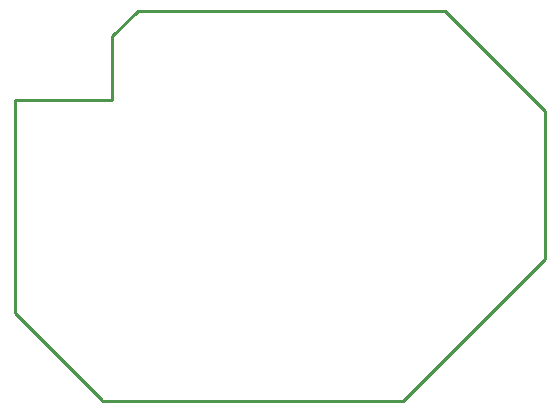
<source format=gko>
G04 Layer: BoardOutlineLayer*
G04 EasyEDA v6.5.42, 2024-06-07 13:56:55*
G04 7482dcffd15b4418b76771f7c21639d5,5b5938e4044e44979b54ac5d61ce4e13,10*
G04 Gerber Generator version 0.2*
G04 Scale: 100 percent, Rotated: No, Reflected: No *
G04 Dimensions in millimeters *
G04 leading zeros omitted , absolute positions ,4 integer and 5 decimal *
%FSLAX45Y45*%
%MOMM*%

%ADD10C,0.2540*%
D10*
X-517867Y17510467D02*
G01*
X-517867Y19310464D01*
X-517867Y19310464D02*
G01*
X308549Y19310464D01*
X308569Y19853869D02*
G01*
X308569Y19310464D01*
X520700Y20066000D02*
G01*
X308569Y19853869D01*
X221221Y16766613D02*
G01*
X221221Y16771378D01*
X-517867Y17510467D01*
X2771213Y16766613D02*
G01*
X221221Y16766613D01*
X3970243Y17969958D02*
G01*
X3970243Y17965643D01*
X2771213Y16766613D01*
X3970243Y19219956D02*
G01*
X3970243Y17969958D01*
X3120694Y20066000D02*
G01*
X3124200Y20066000D01*
X3970243Y19219956D01*
X520700Y20066000D02*
G01*
X3120694Y20066000D01*

%LPD*%
M02*

</source>
